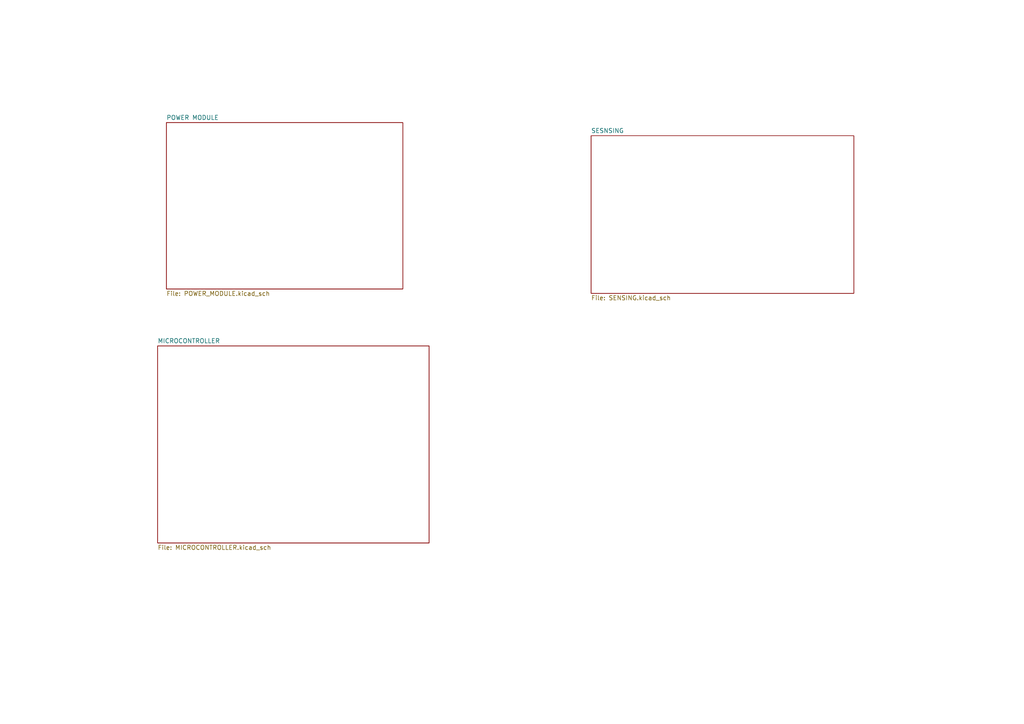
<source format=kicad_sch>
(kicad_sch (version 20230121) (generator eeschema)
  (paper "A4")
  (lib_symbols)
  (sheet (at 171.45 39.37) (size 76.2 45.72) (stroke (width 0.1524))
    (property "Sheetname" "SESNSING" (at 171.45 38.6584 0) (effects (justify left bottom)))
    (property "Sheetfile" "SENSING.kicad_sch" (at 171.45 85.6746 0) (effects (justify left top)))
  )
  (sheet (at 48.26 35.56) (size 68.58 48.26) (stroke (width 0.1524))
    (property "Sheetname" "POWER MODULE" (at 48.26 34.8484 0) (effects (justify left bottom)))
    (property "Sheetfile" "POWER_MODULE.kicad_sch" (at 48.26 84.4046 0) (effects (justify left top)))
  )
  (sheet (at 45.72 100.33) (size 78.74 57.15) (stroke (width 0.1524))
    (property "Sheetname" "MICROCONTROLLER" (at 45.72 99.6184 0) (effects (justify left bottom)))
    (property "Sheetfile" "MICROCONTROLLER.kicad_sch" (at 45.72 158.0646 0) (effects (justify left top)))
  )
)
</source>
